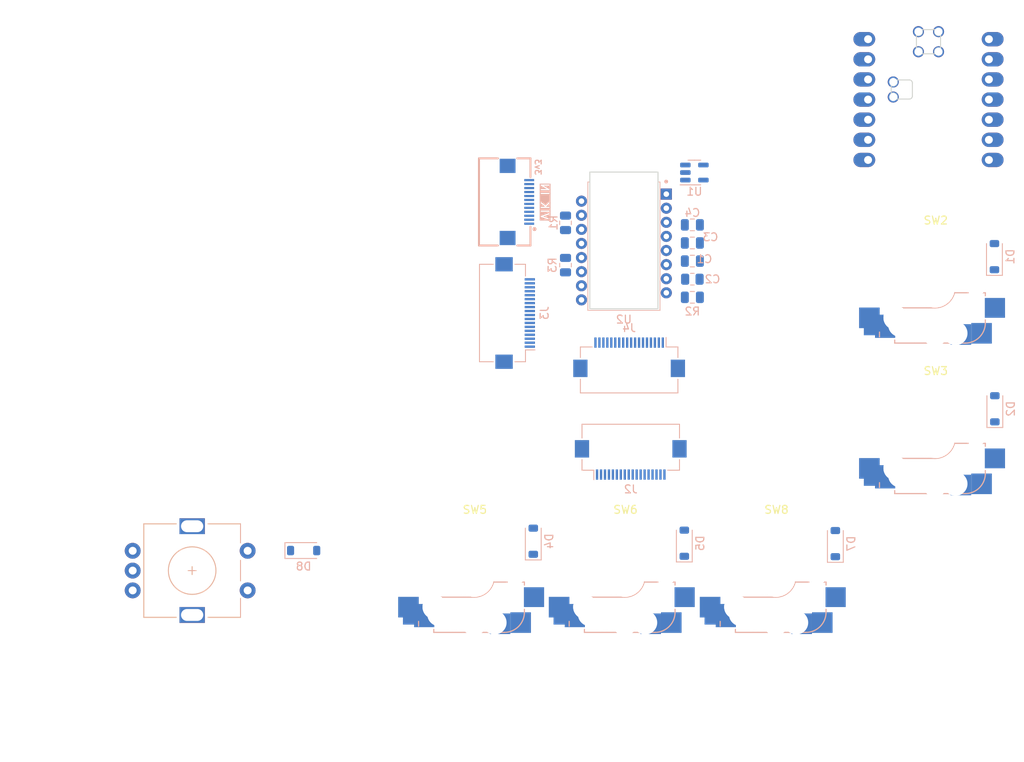
<source format=kicad_pcb>
(kicad_pcb (version 20221018) (generator pcbnew)
  (layers (0 "F.Cu" signal) (31 "B.Cu" signal) (34 "B.Paste" user) (35 "F.Paste" user) (36 "B.SilkS" user "B.Silkscreen") (37 "F.SilkS" user "F.Silkscreen") (38 "B.Mask" user) (39 "F.Mask" user) (44 "Edge.Cuts" user))
  (net 0 "")
  (net 1 "VCC")
  (net 2 "GND")
  (net 3 "VDD")
  (net 4 "Net-(U2-VDDPIX)")
  (net 5 "Net-(D1-K)")
  (net 6 "col0")
  (net 7 "Net-(D2-K)")
  (net 8 "Net-(D4-K)")
  (net 9 "col1")
  (net 10 "MOSI")
  (net 11 "NCS")
  (net 12 "MISO")
  (net 13 "SCLK")
  (net 14 "Net-(D5-K)")
  (net 15 "Net-(D7-K)")
  (net 16 "col2")
  (net 17 "Net-(D8-K)")
  (net 18 "ENC_L")
  (net 19 "ENC_R")
  (net 20 "RAW")
  (net 21 "LED_5V")
  (net 22 "SCL")
  (net 23 "SDA")
  (net 24 "row_1")
  (net 25 "row_0")
  (net 27 "Net-(U2-LED_P)")
  (net 28 "Net-(U2-~{NRESET})")
  (footprint "Alaa:gateron-ks27-choc-v1-mx-hotswap" (layer "F.Cu") (at 193.67 69.15)
    (fp_text reference "SW2" (at 0.1 -8.5 unlocked) (layer "F.SilkS"))
    (fp_text value "SW_Push")
    (fp_line (start -7 5.6) (end -7 6.2) (stroke (width 0.15)) (layer "B.SilkS"))
    (fp_line (start -5.08 2.54) (end 0 2.54) (stroke (width 0.15)) (layer "B.SilkS"))
    (fp_line (start -5.08 3.556) (end -5.08 2.54) (stroke (width 0.15)) (layer "B.SilkS"))
    (fp_line (start -5.08 6.985) (end -5.08 6.604) (stroke (width 0.15)) (layer "B.SilkS"))
    (fp_line (start 2.464162 0.635) (end 4.191 0.635) (stroke (width 0.15)) (layer "B.SilkS"))
    (fp_line (start 3.81 6.985) (end -5.08 6.985) (stroke (width 0.15)) (layer "B.SilkS"))
    (fp_line (start 5.969 0.635) (end 6.35 0.635) (stroke (width 0.15)) (layer "B.SilkS"))
    (fp_line (start 6.35 1.016) (end 6.35 0.635) (stroke (width 0.15)) (layer "B.SilkS"))
    (fp_line (start 6.35 4.445) (end 6.35 4.064) (stroke (width 0.15)) (layer "B.SilkS"))
    (fp_arc (start 2.464162 0.61604) (mid 1.563147 2.002042) (end 0 2.54) (stroke (width 0.15)) (layer "B.SilkS"))
    (fp_arc (start 6.35 4.445) (mid 5.606051 6.241051) (end 3.81 6.985) (stroke (width 0.15)) (layer "B.SilkS"))
    (pad "" np_thru_hole circle (at -5.5 0) (size 1.7018 1.7018) (drill 1.7018) (layers "F&B.Cu" "*.Mask"))
    (pad "" np_thru_hole circle (at -5.08 0 180) (size 1.7018 1.7018) (drill 1.7018) (layers "*.Mask" "F.Cu" "In1.Cu" "B.Cu"))
    (pad "" np_thru_hole circle (at -5 3.75) (size 3 3) (drill 3) (layers "*.Mask" "F.Cu" "In1.Cu" "B.Cu"))
    (pad "" np_thru_hole circle (at -5 3.8) (size 3 3) (drill 3) (layers "F&B.Cu" "*.Mask"))
    (pad "" np_thru_hole circle (at -4.4 4.7) (size 3 3) (drill 3) (layers "F&B.Cu" "*.Mask"))
    (pad "" np_thru_hole circle (at -2.54 5.08 180) (size 3 3) (drill 3) (layers "F&B.Cu" "*.Mask"))
    (pad "" np_thru_hole circle (at 0 0 180) (size 3.9878 3.9878) (drill 3.9878) (layers "*.Mask" "F.Cu" "In1.Cu" "B.Cu"))
    (pad "" np_thru_hole circle (at 0 0) (size 5 5) (drill 5) (layers "F&B.Cu" "*.Mask"))
    (pad "" np_thru_hole circle (at 0 5.9) (size 3 3) (drill 3) (layers "F&B.Cu" "*.Mask"))
    (pad "" np_thru_hole circle (at 2.6 5.75) (size 3 3) (drill 3) (layers "F&B.Cu" "*.Mask"))
    (pad "" np_thru_hole circle (at 3.81 2.54 180) (size 3 3) (drill 3) (layers "*.Mask" "F.Cu" "In1.Cu" "B.Cu"))
    (pad "" np_thru_hole circle (at 5.08 0 180) (size 1.7018 1.7018) (drill 1.7018) (layers "*.Mask" "F.Cu" "In1.Cu" "B.Cu"))
    (pad "" np_thru_hole circle (at 5.5 0) (size 1.7018 1.7018) (drill 1.7018) (layers "F&B.Cu" "*.Mask"))
    (pad "1" smd rect (at -8.275 3.8) (size 2.6 2.6) (layers "B.Cu" "B.Paste" "B.Mask") (net 25 "row_0"))
    (pad "1" smd rect (at -7.675 4.7) (size 2.6 2.6) (layers "B.Cu" "B.Paste" "B.Mask") (net 25 "row_0"))
    (pad "1" smd rect (at -6.29 5.08 180) (size 2.55 2.5) (layers "B.Cu" "B.Paste" "B.Mask") (net 25 "row_0"))
    (pad "2" smd rect (at 3.275 5.9) (size 2.6 2.6) (layers "B.Cu" "B.Paste" "B.Mask") (net 5 "Net-(D1-K)"))
    (pad "2" smd rect (at 5.875 5.75) (size 2.6 2.6) (layers "B.Cu" "B.Paste" "B.Mask") (net 5 "Net-(D1-K)"))
    (pad "2" smd rect (at 7.56 2.54 180) (size 2.55 2.5) (layers "B.Cu" "B.Paste" "B.Mask") (net 5 "Net-(D1-K)"))
  )
  (footprint "Alaa:RotaryEncoder_Alps_EC11E-Switch_Vertical_H20mm-keebio_modified" (layer "F.Cu") (at 99.9744 104.8512)
    (fp_text reference "SW1" hide)
    (fp_text value "Rotary_Encoder_Switch")
    (fp_line (start -6.1 -5.9) (end -6.1 5.9) (stroke (width 0.12)) (layer "B.SilkS"))
    (fp_line (start -2 -5.9) (end -6.1 -5.9) (stroke (width 0.12)) (layer "B.SilkS"))
    (fp_line (start -2 5.9) (end -6.1 5.9) (stroke (width 0.12)) (layer "B.SilkS"))
    (fp_line (start -0.5 0) (end 0.5 0) (stroke (width 0.12)) (layer "B.SilkS"))
    (fp_line (start 0 -0.5) (end 0 0.5) (stroke (width 0.12)) (layer "B.SilkS"))
    (fp_line (start 2 -5.9) (end 6.1 -5.9) (stroke (width 0.12)) (layer "B.SilkS"))
    (fp_line (start 6.1 -5.9) (end 6.1 -3.5) (stroke (width 0.12)) (layer "B.SilkS"))
    (fp_line (start 6.1 -1.3) (end 6.1 1.3) (stroke (width 0.12)) (layer "B.SilkS"))
    (fp_line (start 6.1 3.5) (end 6.1 5.9) (stroke (width 0.12)) (layer "B.SilkS"))
    (fp_line (start 6.1 5.9) (end 2 5.9) (stroke (width 0.12)) (layer "B.SilkS"))
    (fp_circle (center 0 0) (end 3 0) (stroke (width 0.12)) (fill none) (layer "B.SilkS"))
    (fp_line (start -6.1 -5.9) (end -6.1 5.9) (stroke (width 0.12)) (layer "F.SilkS"))
    (fp_line (start -2 -5.9) (end -6.1 -5.9) (stroke (width 0.12)) (layer "F.SilkS"))
    (fp_line (start -2 5.9) (end -6.1 5.9) (stroke (width 0.12)) (layer "F.SilkS"))
    (fp_line (start -0.5 0) (end 0.5 0) (stroke (width 0.12)) (layer "F.SilkS"))
    (fp_line (start 0 -0.5) (end 0 0.5) (stroke (width 0.12)) (layer "F.SilkS"))
    (fp_line (start 2 -5.9) (end 6.1 -5.9) (stroke (width 0.12)) (layer "F.SilkS"))
    (fp_line (start 6.1 -5.9) (end 6.1 -3.5) (stroke (width 0.12)) (layer "F.SilkS"))
    (fp_line (start 6.1 -1.3) (end 6.1 1.3) (stroke (width 0.12)) (layer "F.SilkS"))
    (fp_line (start 6.1 3.5) (end 6.1 5.9) (stroke (width 0.12)) (layer "F.SilkS"))
    (fp_line (start 6.1 5.9) (end 2 5.9) (stroke (width 0.12)) (layer "F.SilkS"))
    (fp_circle (center 0 0) (end 3 0) (stroke (width 0.12)) (fill none) (layer "F.SilkS"))
    (pad "A" thru_hole circle (at -7.5 -2.5) (size 2 2) (drill 1) (layers "*.Cu" "*.Mask") (net 18 "ENC_L"))
    (pad "B" thru_hole circle (at -7.5 2.5) (size 2 2) (drill 1) (layers "*.Cu" "*.Mask") (net 19 "ENC_R"))
    (pad "C" thru_hole circle (at -7.5 0) (size 2 2) (drill 1) (layers "*.Cu" "*.Mask") (net 2 "GND"))
    (pad "MP" thru_hole rect (at 0 -5.6) (size 3.2 2) (drill oval 2.8 1.5) (layers "*.Cu" "*.Mask"))
    (pad "MP" thru_hole rect (at 0 5.6) (size 3.2 2) (drill oval 2.8 1.5) (layers "*.Cu" "*.Mask"))
    (pad "S1" thru_hole circle (at 7 2.5) (size 2 2) (drill 1) (layers "*.Cu" "*.Mask") (net 24 "row_1"))
    (pad "S2" thru_hole circle (at 7 -2.5) (size 2 2) (drill 1) (layers "*.Cu" "*.Mask") (net 17 "Net-(D8-K)"))
  )
  (footprint "Alaa:gateron-ks27-choc-v1-mx-hotswap" (layer "F.Cu") (at 154.5336 105.664)
    (fp_text reference "SW6" (at 0.1 -8.5 unlocked) (layer "F.SilkS"))
    (fp_text value "SW_Push")
    (fp_line (start -7 5.6) (end -7 6.2) (stroke (width 0.15)) (layer "B.SilkS"))
    (fp_line (start -5.08 2.54) (end 0 2.54) (stroke (width 0.15)) (layer "B.SilkS"))
    (fp_line (start -5.08 3.556) (end -5.08 2.54) (stroke (width 0.15)) (layer "B.SilkS"))
    (fp_line (start -5.08 6.985) (end -5.08 6.604) (stroke (width 0.15)) (layer "B.SilkS"))
    (fp_line (start 2.464162 0.635) (end 4.191 0.635) (stroke (width 0.15)) (layer "B.SilkS"))
    (fp_line (start 3.81 6.985) (end -5.08 6.985) (stroke (width 0.15)) (layer "B.SilkS"))
    (fp_line (start 5.969 0.635) (end 6.35 0.635) (stroke (width 0.15)) (layer "B.SilkS"))
    (fp_line (start 6.35 1.016) (end 6.35 0.635) (stroke (width 0.15)) (layer "B.SilkS"))
    (fp_line (start 6.35 4.445) (end 6.35 4.064) (stroke (width 0.15)) (layer "B.SilkS"))
    (fp_arc (start 2.464162 0.61604) (mid 1.563147 2.002042) (end 0 2.54) (stroke (width 0.15)) (layer "B.SilkS"))
    (fp_arc (start 6.35 4.445) (mid 5.606051 6.241051) (end 3.81 6.985) (stroke (width 0.15)) (layer "B.SilkS"))
    (pad "" np_thru_hole circle (at -5.5 0) (size 1.7018 1.7018) (drill 1.7018) (layers "F&B.Cu" "*.Mask"))
    (pad "" np_thru_hole circle (at -5.08 0 180) (size 1.7018 1.7018) (drill 1.7018) (layers "*.Mask" "F.Cu" "In1.Cu" "B.Cu"))
    (pad "" np_thru_hole circle (at -5 3.75) (size 3 3) (drill 3) (layers "*.Mask" "F.Cu" "In1.Cu" "B.Cu"))
    (pad "" np_thru_hole circle (at -5 3.8) (size 3 3) (drill 3) (layers "F&B.Cu" "*.Mask"))
    (pad "" np_thru_hole circle (at -4.4 4.7) (size 3 3) (drill 3) (layers "F&B.Cu" "*.Mask"))
    (pad "" np_thru_hole circle (at -2.54 5.08 180) (size 3 3) (drill 3) (layers "F&B.Cu" "*.Mask"))
    (pad "" np_thru_hole circle (at 0 0 180) (size 3.9878 3.9878) (drill 3.9878) (layers "*.Mask" "F.Cu" "In1.Cu" "B.Cu"))
    (pad "" np_thru_hole circle (at 0 0) (size 5 5) (drill 5) (layers "F&B.Cu" "*.Mask"))
    (pad "" np_thru_hole circle (at 0 5.9) (size 3 3) (drill 3) (layers "F&B.Cu" "*.Mask"))
    (pad "" np_thru_hole circle (at 2.6 5.75) (size 3 3) (drill 3) (layers "F&B.Cu" "*.Mask"))
    (pad "" np_thru_hole circle (at 3.81 2.54 180) (size 3 3) (drill 3) (layers "*.Mask" "F.Cu" "In1.Cu" "B.Cu"))
    (pad "" np_thru_hole circle (at 5.08 0 180) (size 1.7018 1.7018) (drill 1.7018) (layers "*.Mask" "F.Cu" "In1.Cu" "B.Cu"))
    (pad "" np_thru_hole circle (at 5.5 0) (size 1.7018 1.7018) (drill 1.7018) (layers "F&B.Cu" "*.Mask"))
    (pad "1" smd rect (at -8.275 3.8) (size 2.6 2.6) (layers "B.Cu" "B.Paste" "B.Mask") (net 24 "row_1"))
    (pad "1" smd rect (at -7.675 4.7) (size 2.6 2.6) (layers "B.Cu" "B.Paste" "B.Mask") (net 24 "row_1"))
    (pad "1" smd rect (at -6.29 5.08 180) (size 2.55 2.5) (layers "B.Cu" "B.Paste" "B.Mask") (net 24 "row_1"))
    (pad "2" smd rect (at 3.275 5.9) (size 2.6 2.6) (layers "B.Cu" "B.Paste" "B.Mask") (net 14 "Net-(D5-K)"))
    (pad "2" smd rect (at 5.875 5.75) (size 2.6 2.6) (layers "B.Cu" "B.Paste" "B.Mask") (net 14 "Net-(D5-K)"))
    (pad "2" smd rect (at 7.56 2.54 180) (size 2.55 2.5) (layers "B.Cu" "B.Paste" "B.Mask") (net 14 "Net-(D5-K)"))
  )
  (footprint "Alaa:gateron-ks27-choc-v1-mx-hotswap" (layer "F.Cu") (at 173.5786 105.664)
    (fp_text reference "SW8" (at 0.1 -8.5 unlocked) (layer "F.SilkS"))
    (fp_text value "SW_Push")
    (fp_line (start -7 5.6) (end -7 6.2) (stroke (width 0.15)) (layer "B.SilkS"))
    (fp_line (start -5.08 2.54) (end 0 2.54) (stroke (width 0.15)) (layer "B.SilkS"))
    (fp_line (start -5.08 3.556) (end -5.08 2.54) (stroke (width 0.15)) (layer "B.SilkS"))
    (fp_line (start -5.08 6.985) (end -5.08 6.604) (stroke (width 0.15)) (layer "B.SilkS"))
    (fp_line (start 2.464162 0.635) (end 4.191 0.635) (stroke (width 0.15)) (layer "B.SilkS"))
    (fp_line (start 3.81 6.985) (end -5.08 6.985) (stroke (width 0.15)) (layer "B.SilkS"))
    (fp_line (start 5.969 0.635) (end 6.35 0.635) (stroke (width 0.15)) (layer "B.SilkS"))
    (fp_line (start 6.35 1.016) (end 6.35 0.635) (stroke (width 0.15)) (layer "B.SilkS"))
    (fp_line (start 6.35 4.445) (end 6.35 4.064) (stroke (width 0.15)) (layer "B.SilkS"))
    (fp_arc (start 2.464162 0.61604) (mid 1.563147 2.002042) (end 0 2.54) (stroke (width 0.15)) (layer "B.SilkS"))
    (fp_arc (start 6.35 4.445) (mid 5.606051 6.241051) (end 3.81 6.985) (stroke (width 0.15)) (layer "B.SilkS"))
    (pad "" np_thru_hole circle (at -5.5 0) (size 1.7018 1.7018) (drill 1.7018) (layers "F&B.Cu" "*.Mask"))
    (pad "" np_thru_hole circle (at -5.08 0 180) (size 1.7018 1.7018) (drill 1.7018) (layers "*.Mask" "F.Cu" "In1.Cu" "B.Cu"))
    (pad "" np_thru_hole circle (at -5 3.75) (size 3 3) (drill 3) (layers "*.Mask" "F.Cu" "In1.Cu" "B.Cu"))
    (pad "" np_thru_hole circle (at -5 3.8) (size 3 3) (drill 3) (layers "F&B.Cu" "*.Mask"))
    (pad "" np_thru_hole circle (at -4.4 4.7) (size 3 3) (drill 3) (layers "F&B.Cu" "*.Mask"))
    (pad "" np_thru_hole circle (at -2.54 5.08 180) (size 3 3) (drill 3) (layers "F&B.Cu" "*.Mask"))
    (pad "" np_thru_hole circle (at 0 0 180) (size 3.9878 3.9878) (drill 3.9878) (layers "*.Mask" "F.Cu" "In1.Cu" "B.Cu"))
    (pad "" np_thru_hole circle (at 0 0) (size 5 5) (drill 5) (layers "F&B.Cu" "*.Mask"))
    (pad "" np_thru_hole circle (at 0 5.9) (size 3 3) (drill 3) (layers "F&B.Cu" "*.Mask"))
    (pad "" np_thru_hole circle (at 2.6 5.75) (size 3 3) (drill 3) (layers "F&B.Cu" "*.Mask"))
    (pad "" np_thru_hole circle (at 3.81 2.54 180) (size 3 3) (drill 3) (layers "*.Mask" "F.Cu" "In1.Cu" "B.Cu"))
    (pad "" np_thru_hole circle (at 5.08 0 180) (size 1.7018 1.7018) (drill 1.7018) (layers "*.Mask" "F.Cu" "In1.Cu" "B.Cu"))
    (pad "" np_thru_hole circle (at 5.5 0) (size 1.7018 1.7018) (drill 1.7018) (layers "F&B.Cu" "*.Mask"))
    (pad "1" smd rect (at -8.275 3.8) (size 2.6 2.6) (layers "B.Cu" "B.Paste" "B.Mask") (net 25 "row_0"))
    (pad "1" smd rect (at -7.675 4.7) (size 2.6 2.6) (layers "B.Cu" "B.Paste" "B.Mask") (net 25 "row_0"))
    (pad "1" smd rect (at -6.29 5.08 180) (size 2.55 2.5) (layers "B.Cu" "B.Paste" "B.Mask") (net 25 "row_0"))
    (pad "2" smd rect (at 3.275 5.9) (size 2.6 2.6) (layers "B.Cu" "B.Paste" "B.Mask") (net 15 "Net-(D7-K)"))
    (pad "2" smd rect (at 5.875 5.75) (size 2.6 2.6) (layers "B.Cu" "B.Paste" "B.Mask") (net 15 "Net-(D7-K)"))
    (pad "2" smd rect (at 7.56 2.54 180) (size 2.55 2.5) (layers "B.Cu" "B.Paste" "B.Mask") (net 15 "Net-(D7-K)"))
  )
  (footprint "Alaa:gateron-ks27-choc-v1-mx-hotswap" (layer "F.Cu") (at 135.5336 105.664)
    (fp_text reference "SW5" (at 0.1 -8.5 unlocked) (layer "F.SilkS"))
    (fp_text value "SW_Push")
    (fp_line (start -7 5.6) (end -7 6.2) (stroke (width 0.15)) (layer "B.SilkS"))
    (fp_line (start -5.08 2.54) (end 0 2.54) (stroke (width 0.15)) (layer "B.SilkS"))
    (fp_line (start -5.08 3.556) (end -5.08 2.54) (stroke (width 0.15)) (layer "B.SilkS"))
    (fp_line (start -5.08 6.985) (end -5.08 6.604) (stroke (width 0.15)) (layer "B.SilkS"))
    (fp_line (start 2.464162 0.635) (end 4.191 0.635) (stroke (width 0.15)) (layer "B.SilkS"))
    (fp_line (start 3.81 6.985) (end -5.08 6.985) (stroke (width 0.15)) (layer "B.SilkS"))
    (fp_line (start 5.969 0.635) (end 6.35 0.635) (stroke (width 0.15)) (layer "B.SilkS"))
    (fp_line (start 6.35 1.016) (end 6.35 0.635) (stroke (width 0.15)) (layer "B.SilkS"))
    (fp_line (start 6.35 4.445) (end 6.35 4.064) (stroke (width 0.15)) (layer "B.SilkS"))
    (fp_arc (start 2.464162 0.61604) (mid 1.563147 2.002042) (end 0 2.54) (stroke (width 0.15)) (layer "B.SilkS"))
    (fp_arc (start 6.35 4.445) (mid 5.606051 6.241051) (end 3.81 6.985) (stroke (width 0.15)) (layer "B.SilkS"))
    (pad "" np_thru_hole circle (at -5.5 0) (size 1.7018 1.7018) (drill 1.7018) (layers "F&B.Cu" "*.Mask"))
    (pad "" np_thru_hole circle (at -5.08 0 180) (size 1.7018 1.7018) (drill 1.7018) (layers "*.Mask" "F.Cu" "In1.Cu" "B.Cu"))
    (pad "" np_thru_hole circle (at -5 3.75) (size 3 3) (drill 3) (layers "*.Mask" "F.Cu" "In1.Cu" "B.Cu"))
    (pad "" np_thru_hole circle (at -5 3.8) (size 3 3) (drill 3) (layers "F&B.Cu" "*.Mask"))
    (pad "" np_thru_hole circle (at -4.4 4.7) (size 3 3) (drill 3) (layers "F&B.Cu" "*.Mask"))
    (pad "" np_thru_hole circle (at -2.54 5.08 180) (size 3 3) (drill 3) (layers "F&B.Cu" "*.Mask"))
    (pad "" np_thru_hole circle (at 0 0 180) (size 3.9878 3.9878) (drill 3.9878) (layers "*.Mask" "F.Cu" "In1.Cu" "B.Cu"))
    (pad "" np_thru_hole circle (at 0 0) (size 5 5) (drill 5) (layers "F&B.Cu" "*.Mask"))
    (pad "" np_thru_hole circle (at 0 5.9) (size 3 3) (drill 3) (layers "F&B.Cu" "*.Mask"))
    (pad "" np_thru_hole circle (at 2.6 5.75) (size 3 3) (drill 3) (layers "F&B.Cu" "*.Mask"))
    (pad "" np_thru_hole circle (at 3.81 2.54 180) (size 3 3) (drill 3) (layers "*.Mask" "F.Cu" "In1.Cu" "B.Cu"))
    (pad "" np_thru_hole circle (at 5.08 0 180) (size 1.7018 1.7018) (drill 1.7018) (layers "*.Mask" "F.Cu" "In1.Cu" "B.Cu"))
    (pad "" np_thru_hole circle (at 5.5 0) (size 1.7018 1.7018) (drill 1.7018) (layers "F&B.Cu" "*.Mask"))
    (pad "1" smd rect (at -8.275 3.8) (size 2.6 2.6) (layers "B.Cu" "B.Paste" "B.Mask") (net 25 "row_0"))
    (pad "1" smd rect (at -7.675 4.7) (size 2.6 2.6) (layers "B.Cu" "B.Paste" "B.Mask") (net 25 "row_0"))
    (pad "1" smd rect (at -6.29 5.08 180) (size 2.55 2.5) (layers "B.Cu" "B.Paste" "B.Mask") (net 25 "row_0"))
    (pad "2" smd rect (at 3.275 5.9) (size 2.6 2.6) (layers "B.Cu" "B.Paste" "B.Mask") (net 8 "Net-(D4-K)"))
    (pad "2" smd rect (at 5.875 5.75) (size 2.6 2.6) (layers "B.Cu" "B.Paste" "B.Mask") (net 8 "Net-(D4-K)"))
    (pad "2" smd rect (at 7.56 2.54 180) (size 2.55 2.5) (layers "B.Cu" "B.Paste" "B.Mask") (net 8 "Net-(D4-K)"))
  )
  (footprint "Alaa:gateron-ks27-choc-v1-mx-hotswap" (layer "F.Cu") (at 193.67 88.15)
    (fp_text reference "SW3" (at 0.1 -8.5 unlocked) (layer "F.SilkS"))
    (fp_text value "SW_Push")
    (fp_line (start -7 5.6) (end -7 6.2) (stroke (width 0.15)) (layer "B.SilkS"))
    (fp_line (start -5.08 2.54) (end 0 2.54) (stroke (width 0.15)) (layer "B.SilkS"))
    (fp_line (start -5.08 3.556) (end -5.08 2.54) (stroke (width 0.15)) (layer "B.SilkS"))
    (fp_line (start -5.08 6.985) (end -5.08 6.604) (stroke (width 0.15)) (layer "B.SilkS"))
    (fp_line (start 2.464162 0.635) (end 4.191 0.635) (stroke (width 0.15)) (layer "B.SilkS"))
    (fp_line (start 3.81 6.985) (end -5.08 6.985) (stroke (width 0.15)) (layer "B.SilkS"))
    (fp_line (start 5.969 0.635) (end 6.35 0.635) (stroke (width 0.15)) (layer "B.SilkS"))
    (fp_line (start 6.35 1.016) (end 6.35 0.635) (stroke (width 0.15)) (layer "B.SilkS"))
    (fp_line (start 6.35 4.445) (end 6.35 4.064) (stroke (width 0.15)) (layer "B.SilkS"))
    (fp_arc (start 2.464162 0.61604) (mid 1.563147 2.002042) (end 0 2.54) (stroke (width 0.15)) (layer "B.SilkS"))
    (fp_arc (start 6.35 4.445) (mid 5.606051 6.241051) (end 3.81 6.985) (stroke (width 0.15)) (layer "B.SilkS"))
    (pad "" np_thru_hole circle (at -5.5 0) (size 1.7018 1.7018) (drill 1.7018) (layers "F&B.Cu" "*.Mask"))
    (pad "" np_thru_hole circle (at -5.08 0 180) (size 1.7018 1.7018) (drill 1.7018) (layers "*.Mask" "F.Cu" "In1.Cu" "B.Cu"))
    (pad "" np_thru_hole circle (at -5 3.75) (size 3 3) (drill 3) (layers "*.Mask" "F.Cu" "In1.Cu" "B.Cu"))
    (pad "" np_thru_hole circle (at -5 3.8) (size 3 3) (drill 3) (layers "F&B.Cu" "*.Mask"))
    (pad "" np_thru_hole circle (at -4.4 4.7) (size 3 3) (drill 3) (layers "F&B.Cu" "*.Mask"))
    (pad "" np_thru_hole circle (at -2.54 5.08 180) (size 3 3) (drill 3) (layers "F&B.Cu" "*.Mask"))
    (pad "" np_thru_hole circle (at 0 0 180) (size 3.9878 3.9878) (drill 3.9878) (layers "*.Mask" "F.Cu" "In1.Cu" "B.Cu"))
    (pad "" np_thru_hole circle (at 0 0) (size 5 5) (drill 5) (layers "F&B.Cu" "*.Mask"))
    (pad "" np_thru_hole circle (at 0 5.9) (size 3 3) (drill 3) (layers "F&B.Cu" "*.Mask"))
    (pad "" np_thru_hole circle (at 2.6 5.75) (size 3 3) (drill 3) (layers "F&B.Cu" "*.Mask"))
    (pad "" np_thru_hole circle (at 3.81 2.54 180) (size 3 3) (drill 3) (layers "*.Mask" "F.Cu" "In1.Cu" "B.Cu"))
    (pad "" np_thru_hole circle (at 5.08 0 180) (size 1.7018 1.7018) (drill 1.7018) (layers "*.Mask" "F.Cu" "In1.Cu" "B.Cu"))
    (pad "" np_thru_hole circle (at 5.5 0) (size 1.7018 1.7018) (drill 1.7018) (layers "F&B.Cu" "*.Mask"))
    (pad "1" smd rect (at -8.275 3.8) (size 2.6 2.6) (layers "B.Cu" "B.Paste" "B.Mask") (net 24 "row_1"))
    (pad "1" smd rect (at -7.675 4.7) (size 2.6 2.6) (layers "B.Cu" "B.Paste" "B.Mask") (net 24 "row_1"))
    (pad "1" smd rect (at -6.29 5.08 180) (size 2.55 2.5) (layers "B.Cu" "B.Paste" "B.Mask") (net 24 "row_1"))
    (pad "2" smd rect (at 3.275 5.9) (size 2.6 2.6) (layers "B.Cu" "B.Paste" "B.Mask") (net 7 "Net-(D2-K)"))
    (pad "2" smd rect (at 5.875 5.75) (size 2.6 2.6) (layers "B.Cu" "B.Paste" "B.Mask") (net 7 "Net-(D2-K)"))
    (pad "2" smd rect (at 7.56 2.54 180) (size 2.55 2.5) (layers "B.Cu" "B.Paste" "B.Mask") (net 7 "Net-(D2-K)"))
  )
  (footprint "Alaa:xiao-ble-smd-cutout" (layer "F.Cu") (at 192.85 45.4)
    (fp_text reference "U3" hide)
    (fp_text value "xiao-ble" hide)
    (fp_line (start -4.699 -0.7488) (end -4.699 -1.7902) (stroke (width 0.12)) (layer "Edge.Cuts"))
    (fp_line (start -4.0132 -2.476) (end -2.413 -2.476) (stroke (width 0.12)) (layer "Edge.Cuts"))
    (fp_line (start -2.413 -0.063) (end -4.0132 -0.063) (stroke (width 0.12)) (layer "Edge.Cuts"))
    (fp_line (start -2.032 -2.095) (end -2.032 -0.444) (stroke (width 0.12)) (layer "Edge.Cuts"))
    (fp_line (start -1.524 -6.4638) (end -1.524 -8.1402) (stroke (width 0.12)) (layer "Edge.Cuts"))
    (fp_line (start -0.8382 -8.826) (end 0.8382 -8.826) (stroke (width 0.12)) (layer "Edge.Cuts"))
    (fp_line (start -0.8382 -5.778) (end 0.8382 -5.778) (stroke (width 0.12)) (layer "Edge.Cuts"))
    (fp_line (start 1.524 -6.4638) (end 1.524 -8.1402) (stroke (width 0.12)) (layer "Edge.Cuts"))
    (fp_arc (start -4.699 -0.7488) (mid -4.095391 -0.666609) (end -4.0132 -0.063) (stroke (width 0.12)) (layer "Edge.Cuts"))
    (fp_arc (start -4.0132 -2.476) (mid -4.095391 -1.872391) (end -4.699 -1.7902) (stroke (width 0.12)) (layer "Edge.Cuts"))
    (fp_arc (start -2.413 -2.476) (mid -2.143592 -2.364408) (end -2.032 -2.095) (stroke (width 0.12)) (layer "Edge.Cuts"))
    (fp_arc (start -2.032 -0.444) (mid -2.143592 -0.174592) (end -2.413 -0.063) (stroke (width 0.12)) (layer "Edge.Cuts"))
    (fp_arc (start -1.524 -6.4638) (mid -0.920391 -6.381609) (end -0.8382 -5.778) (stroke (width 0.12)) (layer "Edge.Cuts"))
    (fp_arc (start -0.8382 -8.826) (mid -0.920391 -8.222391) (end -1.524 -8.1402) (stroke (width 0.12)) (layer "Edge.Cuts"))
    (fp_arc (start 0.8382 -5.778) (mid 0.920391 -6.381609) (end 1.524 -6.4638) (stroke (width 0.12)) (layer "Edge.Cuts"))
    (fp_arc (start 1.524 -8.1402) (mid 0.920393 -8.222393) (end 0.8382 -8.826) (stroke (width 0.12)) (layer "Edge.Cuts"))
    (pad "1" thru_hole oval (at -7.62 -7.62) (size 2.75 1.8) (drill 1 (offset -0.475 0)) (layers "*.Cu" "*.Mask") (net 18 "ENC_L"))
    (pad "2" thru_hole oval (at -7.62 -5.08) (size 2.75 1.8) (drill 1 (offset -0.475 0)) (layers "*.Cu" "*.Mask") (net 19 "ENC_R"))
    (pad "3" thru_hole oval (at -7.62 -2.54) (size 2.75 1.8) (drill 1 (offset -0.475 0)) (layers "*.Cu" "*.Mask") (net 25 "row_0"))
    (pad "4" thru_hole oval (at -7.62 0) (size 2.75 1.8) (drill 1 (offset -0.475 0)) (layers "*.Cu" "*.Mask") (net 24 "row_1"))
    (pad "5" thru_hole oval (at -7.62 2.54) (size 2.75 1.8) (drill 1 (offset -0.475 0)) (layers "*.Cu" "*.Mask") (net 6 "col0"))
    (pad "6" thru_hole oval (at -7.62 5.08) (size 2.75 1.8) (drill 1 (offset -0.475 0)) (layers "*.Cu" "*.Mask") (net 9 "col1"))
    (pad "7" thru_hole oval (at -7.62 7.62) (size 2.75 1.8) (drill 1 (offset -0.475 0)) (layers "*.Cu" "*.Mask") (net 16 "col2"))
    (pad "8" thru_hole oval (at 7.62 7.62 180) (size 2.75 1.8) (drill 1 (offset -0.475 0)) (layers "*.Cu" "*.Mask") (net 11 "NCS"))
    (pad "9" thru_hole oval (at 7.62 5.08 180) (size 2.75 1.8) (drill 1 (offset -0.475 0)) (layers "*.Cu" "*.Mask") (net 13 "SCLK"))
    (pad "10" thru_hole oval (at 7.62 2.54 180) (size 2.75 1.8) (drill 1 (offset -0.475 0)) (layers "*.Cu" "*.Mask") (net 12 "MISO"))
    (pad "11" thru_hole oval (at 7.62 0 180) (size 2.75 1.8) (drill 1 (offset -0.475 0)) (layers "*.Cu" "*.Mask") (net 10 "MOSI"))
    (pad "12" thru_hole oval (at 7.62 -2.54 180) (size 2.75 1.8) (drill 1 (offset -0.475 0)) (layers "*.Cu" "*.Mask") (net 1 "VCC"))
    (pad "13" thru_hole oval (at 7.62 -5.08 180) (size 2.75 1.8) (drill 1 (offset -0.475 0)) (layers "*.Cu" "*.Mask") (net 2 "GND"))
    (pad "14" thru_hole oval (at 7.62 -7.62 180) (size 2.75 1.8) (drill 1 (offset -0.475 0)) (layers "*.Cu" "*.Mask"))
    (pad "15" thru_hole circle (at -1.27 -8.572 90) (size 1.397 1.397) (drill 1.016) (layers "*.Cu" "*.Mask"))
    (pad "16" thru_hole circle (at 1.27 -8.572 90) (size 1.397 1.397) (drill 1.016) (layers "*.Cu" "*.Mask"))
    (pad "17" thru_hole circle (at -1.27 -6.032 90) (size 1.397 1.397) (drill 1.016) (layers "*.Cu" "*.Mask"))
    (pad "18" thru_hole circle (at 1.27 -6.032 90) (size 1.397 1.397) (drill 1.016) (layers "*.Cu" "*.Mask"))
    (pad "19" thru_hole circle (at -4.445 -0.317 180) (size 1.397 1.397) (drill 1.016) (layers "*.Cu" "*.Mask"))
    (pad "20" thru_hole circle (at -4.445 -2.222 180) (size 1.397 1.397) (drill 1.016) (layers "*.Cu" "*.Mask"))
  )
  (footprint "Resistor_SMD:R_0805_2012Metric" (layer "B.Cu") (at 147.066 60.96 90)
    (fp_text reference "R1" (at 0 -1.524 90) (layer "B.SilkS") (effects (justify mirror)))
    (fp_text value "39")
    (fp_line (start -0.227064 -0.735) (end 0.227064 -0.735) (stroke (width 0.12)) (layer "B.SilkS"))
    (fp_line (start -0.227064 0.735) (end 0.227064 0.735) (stroke (width 0.12)) (layer "B.SilkS"))
    (pad "1" smd roundrect (at -0.9125 0 90) (size 1.025 1.4) (layers "B.Cu" "B.Paste" "B.Mask") (roundrect_rratio 0.243902) (net 3 "VDD"))
    (pad "2" smd roundrect (at 0.9125 0 90) (size 1.025 1.4) (layers "B.Cu" "B.Paste" "B.Mask") (roundrect_rratio 0.243902) (net 27 "Net-(U2-LED_P)"))
  )
  (footprint "Alaa:FPC-SMD_FPC05018-09200-.5mm-rev" (layer "B.Cu") (at 155.2956 90.8812)
    (fp_text reference "J2" (at 0 3.7) (layer "B.SilkS") (effects (justify mirror)))
    (fp_text value "Conn_01x18")
    (fp_line (start -6.15 -4.5) (end 6.15 -4.5) (stroke (width 0.12)) (layer "B.SilkS"))
    (fp_line (start -6.15 -2.76) (end -6.15 -4.5) (stroke (width 0.12)) (layer "B.SilkS"))
    (fp_line (start -6.15 1.3) (end -6.15 -0.04) (stroke (width 0.12)) (layer "B.SilkS"))
    (fp_line (start -4.66 1.3) (end -6.15 1.3) (stroke (width 0.12)) (layer "B.SilkS"))
    (fp_line (start -4.66 1.3) (end -4.66 2.5) (stroke (width 0.12)) (layer "B.SilkS"))
    (fp_line (start 4.66 1.3) (end 6.15 1.3) (stroke (width 0.12)) (layer "B.SilkS"))
    (fp_line (start 6.15 -4.5) (end 6.15 -2.76) (stroke (width 0.12)) (layer "B.SilkS"))
    (fp_line (start 6.15 1.3) (end 6.15 -0.04) (stroke (width 0.12)) (layer "B.SilkS"))
    (pad "1" smd rect (at -4.25 1.85) (size 0.3 1.3) (layers "B.Cu" "B.Paste" "B.Mask"))
    (pad "2" smd rect (at -3.75 1.85) (size 0.3 1.3) (layers "B.Cu" "B.Paste" "B.Mask") (net 25 "row_0"))
    (pad "3" smd rect (at -3.25 1.85) (size 0.3 1.3) (layers "B.Cu" "B.Paste" "B.Mask") (net 24 "row_1"))
    (pad "4" smd rect (at -2.75 1.85) (size 0.3 1.3) (layers "B.Cu" "B.Paste" "B.Mask") (net 6 "col0"))
    (pad "5" smd rect (at -2.25 1.85) (size 0.3 1.3) (layers "B.Cu" "B.Paste" "B.Mask") (net 9 "col1"))
    (pad "6" smd rect (at -1.75 1.85) (size 0.3 1.3) (layers "B.Cu" "B.Paste" "B.Mask") (net 16 "col2"))
    (pad "7" smd rect (at -1.25 1.85) (size 0.3 1.3) (layers "B.Cu" "B.Paste" "B.Mask") (net 13 "SCLK"))
    (pad "8" smd rect (at -0.75 1.85) (size 0.3 1.3) (layers "B.Cu" "B.Paste" "B.Mask") (net 12 "MISO"))
    (pad "9" smd rect (at -0.25 1.85) (size 0.3 1.3) (layers "B.Cu" "B.Paste" "B.Mask") (net 11 "NCS"))
    (pad "10" smd rect (at 0.25 1.85) (size 0.3 1.3) (layers "B.Cu" "B.Paste" "B.Mask") (net 18 "ENC_L"))
    (pad "11" smd rect (at 0.75 1.85) (size 0.3 1.3) (layers "B.Cu" "B.Paste" "B.Mask") (net 10 "MOSI"))
    (pad "12" smd rect (at 1.25 1.85) (size 0.3 1.3) (layers "B.Cu" "B.Paste" "B.Mask") (net 19 "ENC_R"))
    (pad "13" smd rect (at 1.75 1.85) (size 0.3 1.3) (layers "B.Cu" "B.Paste" "B.Mask"))
    (pad "14" smd rect (at 2.25 1.85) (size 0.3 1.3) (layers "B.Cu" "B.Paste" "B.Mask") (net 21 "LED_5V"))
    (pad "15" smd rect (at 2.75 1.85) (size 0.3 1.3) (layers "B.Cu" "B.Paste" "B.Mask") (net 22 "SCL"))
    (pad "16" smd rect (at 3.25 1.85) (size 0.3 1.3) (layers "B.Cu" "B.Paste" "B.Mask") (net 23 "SDA"))
    (pad "17" smd rect (at 3.75 1.85) (size 0.3 1.3) (layers "B.Cu" "B.Paste" "B.Mask") (net 2 "GND"))
    (pad "18" smd rect (at 4.25 1.85) (size 0.3 1.3) (layers "B.Cu" "B.Paste" "B.Mask") (net 1 "VCC"))
    (pad "MP" smd rect (at -6.15 -1.4) (size 1.8 2.2) (layers "B.Cu" "B.Paste" "B.Mask"))
    (pad "MP" smd rect (at 6.15 -1.4) (size 1.8 2.2) (layers "B.Cu" "B.Paste" "B.Mask"))
  )
  (footprint "Diode_SMD:D_SOD-123" (layer "B.Cu") (at 162.052 101.3968 90)
    (fp_text reference "D5" (at 0 2 90) (layer "B.SilkS") (effects (justify mirror)))
    (fp_text value "1N4148")
    (fp_line (start -2.36 -1) (end 1.65 -1) (stroke (width 0.12)) (layer "B.SilkS"))
    (fp_line (start -2.36 1) (end -2.36 -1) (stroke (width 0.12)) (layer "B.SilkS"))
    (fp_line (start -2.36 1) (end 1.65 1) (stroke (width 0.12)) (layer "B.SilkS"))
    (pad "1" smd roundrect (at -1.65 0 90) (size 0.9 1.2) (layers "B.Cu" "B.Paste" "B.Mask") (net 14 "Net-(D5-K)"))
    (pad "2" smd roundrect (at 1.65 0 90) (size 0.9 1.2) (layers "B.Cu" "B.Paste" "B.Mask") (net 9 "col1"))
  )
  (footprint "Alaa:PMW3360DM-T2QU" (layer "B.Cu") (at 154.432 62.992 -90)
    (fp_text reference "U2" (at 10.16 0) (layer "B.SilkS") (effects (justify mirror)))
    (fp_text value "PMW3360DM-T2QU")
    (fp_line (start -7.18 -4.55) (end -7.18 -4.318) (stroke (width 0.1)) (layer "B.SilkS"))
    (fp_line (start -7.18 4.318) (end -7.18 4.55) (stroke (width 0.1)) (layer "B.SilkS"))
    (fp_line (start -7.18 4.55) (end 9.02 4.55) (stroke (width 0.1)) (layer "B.SilkS"))
    (fp_line (start 9.02 -4.55) (end -7.18 -4.55) (stroke (width 0.1)) (layer "B.SilkS"))
    (fp_line (start 9.02 4.55) (end 9.02 -4.55) (stroke (width 0.1)) (layer "B.SilkS"))
    (fp_circle (center -7.239 -5.334) (end -7.059395 -5.334) (stroke (width 0.12)) (fill solid) (layer "B.SilkS"))
    (fp_rect (start -8.44 4.3) (end 8.82 -4.3) (stroke (width 0.12)) (fill none) (layer "Edge.Cuts"))
    (pad "1" thru_hole rect (at -5.66 -5.35 270) (size 1.4 1.4) (drill 0.7) (layers "*.Cu" "*.Mask"))
    (pad "2" thru_hole circle (at -3.88 -5.35 270) (size 1.4 1.4) (drill 0.7) (layers "*.Cu" "*.Mask"))
    (pad "3" thru_hole circle (at -2.1 -5.35 270) (size 1.4 1.4) (drill 0.7) (layers "*.Cu" "*.Mask") (net 4 "Net-(U2-VDDPIX)"))
    (pad "4" thru_hole circle (at -0.32 -5.35 270) (size 1.4 1.4) (drill 0.7) (layers "*.Cu" "*.Mask") (net 3 "VDD"))
    (pad "5" thru_hole circle (at 1.46 -5.35 270) (size 1.4 1.4) (drill 0.7) (layers "*.Cu" "*.Mask") (net 1 "VCC"))
    (pad "6" thru_hole circle (at 3.24 -5.35 270) (size 1.4 1.4) (drill 0.7) (layers "*.Cu" "*.Mask"))
    (pad "7" thru_hole circle (at 5.02 -5.35 270) (size 1.4 1.4) (drill 0.7) (layers "*.Cu" "*.Mask") (net 28 "Net-(U2-~{NRESET})"))
    (pad "8" thru_hole circle (at 6.8 -5.35 270) (size 1.4 1.4) (drill 0.7) (layers "*.Cu" "*.Mask") (net 2 "GND"))
    (pad "9" thru_hole circle (at 7.69 5.35 270) (size 1.4 1.4) (drill 0.7) (layers "*.Cu" "*.Mask"))
    (pad "10" thru_hole circle (at 5.91 5.35 270) (size 1.4 1.4) (drill 0.7) (layers "*.Cu" "*.Mask") (net 13 "SCLK"))
    (pad "11" thru_hole circle (at 4.13 5.35 270) (size 1.4 1.4) (drill 0.7) (layers "*.Cu" "*.Mask") (net 10 "MOSI"))
    (pad "12" thru_hole circle (at 2.35 5.35 270) (size 1.4 1.4) (drill 0.7) (layers "*.Cu" "*.Mask") (net 12 "MISO"))
    (pad "13" thru_hole circle (at 0.57 5.35 270) (size 1.4 1.4) (drill 0.7) (layers "*.Cu" "*.Mask") (net 11 "NCS"))
    (pad "14" thru_hole circle (at -1.21 5.35 270) (size 1.4 1.4) (drill 0.7) (layers "*.Cu" "*.Mask"))
    (pad "15" thru_hole circle (at -2.99 5.35 270) (size 1.4 1.4) (drill 0.7) (layers "*.Cu" "*.Mask") (net 27 "Net-(U2-LED_P)"))
    (pad "16" thru_hole circle (at -4.77 5.35 270) (size 1.4 1.4) (drill 0.7) (layers "*.Cu" "*.Mask"))
  )
  (footprint "Capacitor_SMD:C_0805_2012Metric" (layer "B.Cu") (at 163.068 65.786 180)
    (fp_text reference "C1" (at -1.524 0.254) (layer "B.SilkS") (effects (justify mirror)))
    (fp_text value "0.1uF")
    (fp_line (start -0.261252 -0.735) (end 0.261252 -0.735) (stroke (width 0.12)) (layer "B.SilkS"))
    (fp_line (start -0.261252 0.735) (end 0.261252 0.735) (stroke (width 0.12)) (layer "B.SilkS"))
    (pad "1" smd roundrect (at -0.95 0 180) (size 1 1.45) (layers "B.Cu" "B.Paste" "B.Mask") (net 1 "VCC"))
    (pad "2" smd roundrect (at 0.95 0 180) (size 1 1.45) (layers "B.Cu" "B.Paste" "B.Mask") (net 2 "GND"))
  )
  (footprint "Alaa:FPC-SMD_FPC05018-09200-.5mm-rev" (layer "B.Cu") (at 140.716 72.3392 90)
    (fp_text reference "J3" (at 0 3.7 90) (layer "B.SilkS") (effects (justify mirror)))
    (fp_text value "Conn_01x18")
    (fp_line (start -6.15 -4.5) (end 6.15 -4.5) (stroke (width 0.12)) (layer "B.SilkS"))
    (fp_line (start -6.15 -2.76) (end -6.15 -4.5) (stroke (width 0.12)) (layer "B.SilkS"))
    (fp_line (start -6.15 1.3) (end -6.15 -0.04) (stroke (width 0.12)) (layer "B.SilkS"))
    (fp_line (start -4.66 1.3) (end -6.15 1.3) (stroke (width 0.12)) (layer "B.SilkS"))
    (fp_line (start -4.66 1.3) (end -4.66 2.5) (stroke (width 0.12)) (layer "B.SilkS"))
    (fp_line (start 4.66 1.3) (end 6.15 1.3) (stroke (width 0.12)) (layer "B.SilkS"))
    (fp_line (start 6.15 -4.5) (end 6.15 -2.76) (stroke (width 0.12)) (layer "B.SilkS"))
    (fp_line (start 6.15 1.3) (end 6.15 -0.04) (stroke (width 0.12)) (layer "B.SilkS"))
    (pad "1" smd rect (at -4.25 1.85 90) (size 0.3 1.3) (layers "B.Cu" "B.Paste" "B.Mask"))
    (pad "2" smd rect (at -3.75 1.85 90) (size 0.3 1.3) (layers "B.Cu" "B.Paste" "B.Mask") (net 25 "row_0"))
    (pad "3" smd rect (at -3.25 1.85 90) (size 0.3 1.3) (layers "B.Cu" "B.Paste" "B.Mask") (net 24 "row_1"))
    (pad "4" smd rect (at -2.75 1.85 90) (size 0.3 1.3) (layers "B.Cu" "B.Paste" "B.Mask") (net 6 "col0"))
    (pad "5" smd rect (at -2.25 1.85 90) (size 0.3 1.3) (layers "B.Cu" "B.Paste" "B.Mask") (net 9 "col1"))
    (pad "6" smd rect (at -1.75 1.85 90) (size 0.3 1.3) (layers "B.Cu" "B.Paste" "B.Mask") (net 16 "col2"))
    (pad "7" smd rect (at -1.25 1.85 90) (size 0.3 1.3) (layers "B.Cu" "B.Paste" "B.Mask") (net 13 "SCLK"))
    (pad "8" smd rect (at -0.75 1.85 90) (size 0.3 1.3) (layers "B.Cu" "B.Paste" "B.Mask") (net 12 "MISO"))
    (pad "9" smd rect (at -0.25 1.85 90) (size 0.3 1.3) (layers "B.Cu" "B.Paste" "B.Mask") (net 11 "NCS"))
    (pad "10" smd rect (at 0.25 1.85 90) (size 0.3 1.3) (layers "B.Cu" "B.Paste" "B.Mask") (net 18 "ENC_L"))
    (pad "11" smd rect (at 0.75 1.85 90) (size 0.3 1.3) (layers "B.Cu" "B.Paste" "B.Mask") (net 10 "MOSI"))
    (pad "12" smd rect (at 1.25 1.85 90) (size 0.3 1.3) (layers "B.Cu" "B.Paste" "B.Mask") (net 19 "ENC_R"))
    (pad "13" smd rect (at 1.75 1.85 90) (size 0.3 1.3) (layers "B.Cu" "B.Paste" "B.Mask") (net 20 "RAW"))
    (pad "14" smd rect (at 2.25 1.85 90) (size 0.3 1.3) (layers "B.Cu" "B.Paste" "B.Mask") (net 21 "LED_5V"))
    (pad "15" smd rect (at 2.75 1.85 90) (size 0.3 1.3) (layers "B.Cu" "B.Paste" "B.Mask") (net 22 "SCL"))
    (pad "16" smd rect (at 3.25 1.85 90) (size 0.3 1.3) (layers "B.Cu" "B.Paste" "B.Mask") (net 23 "SDA"))
    (pad "17" smd rect (at 3.75 1.85 90) (size 0.3 1.3) (layers "B.Cu" "B.Paste" "B.Mask") (net 2 "GND"))
    (pad "18" smd rect (at 4.25 1.85 90) (size 0.3 1.3) (layers "B.Cu" "B.Paste" "B.Mask") (net 1 "VCC"))
    (pad "MP" smd rect (at -6.15 -1.4 90) (size 1.8 2.2) (layers "B.Cu" "B.Paste" "B.Mask"))
    (pad "MP" smd rect (at 6.15 -1.4 90) (size 1.8 2.2) (layers "B.Cu" "B.Paste" "B.Mask"))
  )
  (footprint "Diode_SMD:D_SOD-123" (layer "B.Cu") (at 181.102 101.4476 90)
    (fp_text reference "D7" (at 0 2 90) (layer "B.SilkS") (effects (justify mirror)))
    (fp_text value "1N4148")
    (fp_line (start -2.36 -1) (end 1.65 -1) (stroke (width 0.12)) (layer "B.SilkS"))
    (fp_line (start -2.36 1) (end -2.36 -1) (stroke (width 0.12)) (layer "B.SilkS"))
    (fp_line (start -2.36 1) (end 1.65 1) (stroke (width 0.12)) (layer "B.SilkS"))
    (pad "1" smd roundrect (at -1.65 0 90) (size 0.9 1.2) (layers "B.Cu" "B.Paste" "B.Mask") (net 15 "Net-(D7-K)"))
    (pad "2" smd roundrect (at 1.65 0 90) (size 0.9 1.2) (layers "B.Cu" "B.Paste" "B.Mask") (net 16 "col2"))
  )
  (footprint "Diode_SMD:D_SOD-123" (layer "B.Cu") (at 143.002 101.1428 90)
    (fp_text reference "D4" (at 0 2 90) (layer "B.SilkS") (effects (justify mirror)))
    (fp_text value "1N4148")
    (fp_line (start -2.36 -1) (end 1.65 -1) (stroke (width 0.12)) (layer "B.SilkS"))
    (fp_line (start -2.36 1) (end -2.36 -1) (stroke (width 0.12)) (layer "B.SilkS"))
    (fp_line (start -2.36 1) (end 1.65 1) (stroke (width 0.12)) (layer "B.SilkS"))
    (pad "1" smd roundrect (at -1.65 0 90) (size 0.9 1.2) (layers "B.Cu" "B.Paste" "B.Mask") (net 8 "Net-(D4-K)"))
    (pad "2" smd roundrect (at 1.65 0 90) (size 0.9 1.2) (layers "B.Cu" "B.Paste" "B.Mask") (net 9 "col1"))
  )
  (footprint "Capacitor_SMD:C_0805_2012Metric" (layer "B.Cu") (at 163.068 61.214)
    (fp_text reference "C3" (at 2.286 1.551) (layer "B.SilkS") (effects (justify mirror)))
    (fp_text value "4.7uF")
    (fp_line (start -0.261252 -0.735) (end 0.261252 -0.735) (stroke (width 0.12)) (layer "B.SilkS"))
    (fp_line (start -0.261252 0.735) (end 0.261252 0.735) (stroke (width 0.12)) (layer "B.SilkS"))
    (pad "1" smd roundrect (at -0.95 0) (size 1 1.45) (layers "B.Cu" "B.Paste" "B.Mask") (net 4 "Net-(U2-VDDPIX)"))
    (pad "2" smd roundrect (at 0.95 0) (size 1 1.45) (layers "B.Cu" "B.Paste" "B.Mask") (net 2 "GND"))
  )
  (footprint "Resistor_SMD:R_0805_2012Metric" (layer "B.Cu") (at 163.068 68.072)
    (fp_text reference "R2" (at 0 4.064) (layer "B.SilkS") (effects (justify mirror)))
    (fp_text value "10K")
    (fp_line (start -0.227064 -0.735) (end 0.227064 -0.735) (stroke (width 0.12)) (layer "B.SilkS"))
    (fp_line (start -0.227064 0.735) (end 0.227064 0.735) (stroke (width 0.12)) (layer "B.SilkS"))
    (pad "1" smd roundrect (at -0.9125 0) (size 1.025 1.4) (layers "B.Cu" "B.Paste" "B.Mask") (roundrect_rratio 0.243902) (net 28 "Net-(U2-~{NRESET})"))
    (pad "2" smd roundrect (at 0.9125 0) (size 1.025 1.4) (layers "B.Cu" "B.Paste" "B.Mask") (roundrect_rratio 0.243902) (net 3 "VDD"))
  )
  (footprint "Diode_SMD:D_SOD-123" (layer "B.Cu") (at 114.0356 102.322)
    (fp_text reference "D8" (at 0 2) (layer "B.SilkS") (effects (justify mirror)))
    (fp_text value "1N4148")
    (fp_line (start -2.36 -1) (end 1.65 -1) (stroke (width 0.12)) (layer "B.SilkS"))
    (fp_line (start -2.36 1) (end -2.36 -1) (stroke (width 0.12)) (layer "B.SilkS"))
    (fp_line (start -2.36 1) (end 1.65 1) (stroke (width 0.12)) (layer "B.SilkS"))
    (pad "1" smd roundrect (at -1.65 0) (size 0.9 1.2) (layers "B.Cu" "B.Paste" "B.Mask") (net 17 "Net-(D8-K)"))
    (pad "2" smd roundrect (at 1.65 0) (size 0.9 1.2) (layers "B.Cu" "B.Paste" "B.Mask") (net 16 "col2"))
  )
  (footprint "vik:vik-module-connector-horizontal" (layer "B.Cu") (at 140.4482 58.3184 90)
    (fp_text reference "J1" hide)
    (fp_text value "~")
    (fp_text user "3v3" (at 3.3 2.7 270 unlocked) (layer "B.SilkS") (effects (font (size 0.75 0.75)) (justify left bottom mirror)))
    (fp_text user "VIK IN" (at -2.36 3.42 270 unlocked) (layer "B.SilkS" knockout) (effects (justify left bottom mirror)))
    (fp_line (start -5.5 -4.295) (end -5.5 -1.912) (stroke (width 0.254)) (layer "B.SilkS"))
    (fp_line (start -5.5 0.539) (end -5.5 2.2) (stroke (width 0.254)) (layer "B.SilkS"))
    (fp_line (start -5.5 2.2) (end -3.131 2.2) (stroke (width 0.254)) (layer "B.SilkS"))
    (fp_line (start 5.5 -4.295) (end -5.5 -4.295) (stroke (width 0.254)) (layer "B.SilkS"))
    (fp_line (start 5.5 -4.295) (end 5.5 -1.912) (stroke (width 0.254)) (layer "B.SilkS"))
    (fp_line (start 5.5 0.539) (end 5.5 2.2) (stroke (width 0.254)) (layer "B.SilkS"))
    (fp_line (start 5.5 2.2) (end 3.131 2.2) (stroke (width 0.254)) (layer "B.SilkS"))
    (fp_circle (center -3.429 2.708) (end -3.302 2.708) (stroke (width 0.254)) (fill none) (layer "B.SilkS"))
    (pad "1" smd rect (at -2.75 2.038 90) (size 0.28 1.25) (layers "B.Cu" "B.Paste" "B.Mask") (net 13 "SCLK"))
    (pad "2" smd rect (at -2.25 2.038 90) (size 0.28 1.25) (layers "B.Cu" "B.Paste" "B.Mask") (net 12 "MISO"))
    (pad "3" smd rect (at -1.75 2.038 90) (size 0.28 1.25) (layers "B.Cu" "B.Paste" "B.Mask") (net 11 "NCS"))
    (pad "4" smd rect (at -1.25 2.038 90) (size 0.28 1.25) (layers "B.Cu" "B.Paste" "B.Mask") (net 18 "ENC_L"))
    (pad "5" smd rect (at -0.75 2.038 90) (size 0.28 1.25) (layers "B.Cu" "B.Paste" "B.Mask") (net 10 "MOSI"))
    (pad "6" smd rect (at -0.25 2.038 90) (size 0.28 1.25) (layers "B.Cu" "B.Paste" "B.Mask") (net 19 "ENC_R"))
    (pad "7" smd rect (at 0.25 2.038 90) (size 0.28 1.25) (layers "B.Cu" "B.Paste" "B.Mask") (net 20 "RAW"))
    (pad "8" smd rect (at 0.75 2.038 90) (size 0.28 1.25) (layers "B.Cu" "B.Paste" "B.Mask") (net 21 "LED_5V"))
    (pad "9" smd rect (at 1.25 2.038 90) (size 0.28 1.25) (layers "B.Cu" "B.Paste" "B.Mask") (net 22 "SCL"))
    (pad "10" smd rect (at 1.75 2.038 90) (size 0.28 1.25) (layers "B.Cu" "B.Paste" "B.Mask") (net 23 "SDA"))
    (pad "11" smd rect (at 2.25 2.038 90) (size 0.28 1.25) (layers "B.Cu" "B.Paste" "B.Mask") (net 2 "GND"))
    (pad "12" smd rect (at 2.75 2.038 90) (size 0.28 1.25) (layers "B.Cu" "B.Paste" "B.Mask") (net 1 "VCC"))
    (pad "13" smd rect (at 4.55 -0.686 90) (size 1.8 2) (layers "B.Cu" "B.Paste" "B.Mask"))
    (pad "14" smd rect (at -4.55 -0.686 90) (size 1.8 2) (layers "B.Cu" "B.Paste" "B.Mask"))
  )
  (footprint "Diode_SMD:D_SOD-123" (layer "B.Cu") (at 201.2188 84.4296 90)
    (fp_text reference "D2" (at 0 2 90) (layer "B.SilkS") (effects (justify mirror)))
    (fp_text value "1N4148")
    (fp_line (start -2.36 -1) (end 1.65 -1) (stroke (width 0.12)) (layer "B.SilkS"))
    (fp_line (start -2.36 1) (end -2.36 -1) (stroke (width 0.12)) (layer "B.SilkS"))
    (fp_line (start -2.36 1) (end 1.65 1) (stroke (width 0.12)) (layer "B.SilkS"))
    (pad "1" smd roundrect (at -1.65 0 90) (size 0.9 1.2) (layers "B.Cu" "B.Paste" "B.Mask") (net 7 "Net-(D2-K)"))
    (pad "2" smd roundrect (at 1.65 0 90) (size 0.9 1.2) (layers "B.Cu" "B.Paste" "B.Mask") (net 6 "col0"))
  )
  (footprint "Resistor_SMD:R_0805_2012Metric" (layer "B.Cu") (at 147.066 66.294 -90)
    (fp_text reference "R3" (at 0 1.65 90) (layer "B.SilkS") (effects (justify mirror)))
    (fp_text value "10K")
    (fp_line (start -0.227064 -0.735) (end 0.227064 -0.735) (stroke (width 0.12)) (layer "B.SilkS"))
    (fp_line (start -0.227064 0.735) (end 0.227064 0.735) (stroke (width 0.12)) (layer "B.SilkS"))
    (pad "1" smd roundrect (at -0.9125 0 270) (size 1.025 1.4) (layers "B.Cu" "B.Paste" "B.Mask") (roundrect_rratio 0.243902) (net 12 "MISO"))
    (pad "2" smd roundrect (at 0.9125 0 270) (size 1.025 1.4) (layers "B.Cu" "B.Paste" "B.Mask") (roundrect_rratio 0.243902) (net 1 "VCC"))
  )
  (footprint "Capacitor_SMD:C_0805_2012Metric" (layer "B.Cu") (at 163.068 70.358 180)
    (fp_text reference "C2" (at -2.54 2.286) (layer "B.SilkS") (effects (justify mirror)))
    (fp_text value "1uF")
    (fp_line (start -0.261252 -0.735) (end 0.261252 -0.735) (stroke (width 0.12)) (layer "B.SilkS"))
    (fp_line (start -0.261252 0.735) (end 0.261252 0.735) (stroke (width 0.12)) (layer "B.SilkS"))
    (pad "1" smd roundrect (at -0.95 0 180) (size 1 1.45) (layers "B.Cu" "B.Paste" "B.Mask") (net 3 "VDD"))
    (pad "2" smd roundrect (at 0.95 0 180) (size 1 1.45) (layers "B.Cu" "B.Paste" "B.Mask") (net 2 "GND"))
  )
  (footprint "Package_TO_SOT_SMD:SOT-23-5" (layer "B.Cu") (at 163.322 54.61)
    (fp_text reference "U1" (at 0 2.4) (layer "B.SilkS") (effects (justify mirror)))
    (fp_text value "TCR2EF19,LM(CT")
    (fp_line (start 0 -1.56) (end -0.8 -1.56) (stroke (width 0.12)) (layer "B.SilkS"))
    (fp_line (start 0 -1.56) (end 0.8 -1.56) (stroke (width 0.12)) (layer "B.SilkS"))
    (fp_line (start 0 1.56) (end -1.8 1.56) (stroke (width 0.12)) (layer "B.SilkS"))
    (fp_line (start 0 1.56) (end 0.8 1.56) (stroke (width 0.12)) (layer "B.SilkS"))
    (pad "1" smd roundrect (at -1.1375 0.95) (size 1.325 0.6) (layers "B.Cu" "B.Paste" "B.Mask") (net 1 "VCC"))
    (pad "2" smd roundrect (at -1.1375 0) (size 1.325 0.6) (layers "B.Cu" "B.Paste" "B.Mask") (net 2 "GND"))
    (pad "3" smd roundrect (at -1.1375 -0.95) (size 1.325 0.6) (layers "B.Cu" "B.Paste" "B.Mask") (net 1 "VCC"))
    (pad "4" smd roundrect (at 1.1375 -0.95) (size 1.325 0.6) (layers "B.Cu" "B.Paste" "B.Mask"))
    (pad "5" smd roundrect (at 1.1375 0.95) (size 1.325 0.6) (layers "B.Cu" "B.Paste" "B.Mask") (net 3 "VDD"))
  )
  (footprint "Diode_SMD:D_SOD-123" (layer "B.Cu") (at 201.168 65.2272 90)
    (fp_text reference "D1" (at 0 2 90) (layer "B.SilkS") (effects (justify mirror)))
    (fp_text value "1N4148")
    (fp_line (start -2.36 -1) (end 1.65 -1) (stroke (width 0.12)) (layer "B.SilkS"))
    (fp_line (start -2.36 1) (end -2.36 -1) (stroke (width 0.12)) (layer "B.SilkS"))
    (fp_line (start -2.36 1) (end 1.65 1) (stroke (width 0.12)) (layer "B.SilkS"))
    (pad "1" smd roundrect (at -1.65 0 90) (size 0.9 1.2) (layers "B.Cu" "B.Paste" "B.Mask") (net 5 "Net-(D1-K)"))
    (pad "2" smd roundrect (at 1.65 0 90) (size 0.9 1.2) (layers "B.Cu" "B.Paste" "B.Mask") (net 6 "col0"))
  )
  (footprint "Capacitor_SMD:C_0805_2012Metric" (layer "B.Cu") (at 163.068 63.5 180)
    (fp_text reference "C4" (at 0 3.81) (layer "B.SilkS") (effects (justify mirror)))
    (fp_text value "0.1uF")
    (fp_line (start -0.261252 -0.735) (end 0.261252 -0.735) (stroke (width 0.12)) (layer "B.SilkS"))
    (fp_line (start -0.261252 0.735) (end 0.261252 0.735) (stroke (width 0.12)) (layer "B.SilkS"))
    (pad "1" smd roundrect (at -0.95 0 180) (size 1 1.45) (layers "B.Cu" "B.Paste" "B.Mask") (net 2 "GND"))
    (pad "2" smd roundrect (at 0.95 0 180) (size 1 1.45) (layers "B.Cu" "B.Paste" "B.Mask") (net 4 "Net-(U2-VDDPIX)"))
  )
  (footprint "Alaa:FPC-SMD_FPC05018-09200-.5mm-rev" (layer "B.Cu") (at 155.0924 77.9257 180)
    (fp_text reference "J4" (at 0 3.7) (layer "B.SilkS") (effects (justify mirror)))
    (fp_text value "Conn_01x18")
    (fp_line (start -6.15 -4.5) (end 6.15 -4.5) (stroke (width 0.12)) (layer "B.SilkS"))
    (fp_line (start -6.15 -2.76) (end -6.15 -4.5) (stroke (width 0.12)) (layer "B.SilkS"))
    (fp_line (start -6.15 1.3) (end -6.15 -0.04) (stroke (width 0.12)) (layer "B.SilkS"))
    (fp_line (start -4.66 1.3) (end -6.15 1.3) (stroke (width 0.12)) (layer "B.SilkS"))
    (fp_line (start -4.66 1.3) (end -4.66 2.5) (stroke (width 0.12)) (layer "B.SilkS"))
    (fp_line (start 4.66 1.3) (end 6.15 1.3) (stroke (width 0.12)) (layer "B.SilkS"))
    (fp_line (start 6.15 -4.5) (end 6.15 -2.76) (stroke (width 0.12)) (layer "B.SilkS"))
    (fp_line (start 6.15 1.3) (end 6.15 -0.04) (stroke (width 0.12)) (layer "B.SilkS"))
    (pad "1" smd rect (at -4.25 1.85 180) (size 0.3 1.3) (layers "B.Cu" "B.Paste" "B.Mask") (net 1 "VCC"))
    (pad "2" smd rect (at -3.75 1.85 180) (size 0.3 1.3) (layers "B.Cu" "B.Paste" "B.Mask") (net 2 "GND"))
    (pad "3" smd rect (at -3.25 1.85 180) (size 0.3 1.3) (layers "B.Cu" "B.Paste" "B.Mask") (net 23 "SDA"))
    (pad "4" smd rect (at -2.75 1.85 180) (size 0.3 1.3) (layers "B.Cu" "B.Paste" "B.Mask") (net 22 "SCL"))
    (pad "5" smd rect (at -2.25 1.85 180) (size 0.3 1.3) (layers "B.Cu" "B.Paste" "B.Mask") (net 21 "LED_5V"))
    (pad "6" smd rect (at -1.75 1.85 180) (size 0.3 1.3) (layers "B.Cu" "B.Paste" "B.Mask"))
    (pad "7" smd rect (at -1.25 1.85 180) (size 0.3 1.3) (layers "B.Cu" "B.Paste" "B.Mask") (net 19 "ENC_R"))
    (pad "8" smd rect (at -0.75 1.85 180) (size 0.3 1.3) (layers "B.Cu" "B.Paste" "B.Mask") (net 10 "MOSI"))
    (pad "9" smd rect (at -0.25 1.85 180) (size 0.3 1.3) (layers "B.Cu" "B.Paste" "B.Mask") (net 18 "ENC_L"))
    (pad "10" smd rect (at 0.25 1.85 180) (size 0.3 1.3) (layers "B.Cu" "B.Paste" "B.Mask") (net 11 "NCS"))
    (pad "11" smd rect (at 0.75 1.85 180) (size 0.3 1.3) (layers "B.Cu" "B.Paste" "B.Mask") (net 12 "MISO"))
    (pad "12" smd rect (at 1.25 1.85 180) (size 0.3 1.3) (layers "B.Cu" "B.Paste" "B.Mask") (net 13 "SCLK"))
    (pad "13" smd rect (at 1.75 1.85 180) (size 0.3 1.3) (layers "B.Cu" "B.Paste" "B.Mask") (net 16 "col2"))
    (pad "14" smd rect (at 2.25 1.85 180) (size 0.3 1.3) (layers "B.Cu" "B.Paste" "B.Mask") (net 9 "col1"))
    (pad "15" smd rect (at 2.75 1.85 180) (size 0.3 1.3) (layers "B.Cu" "B.Paste" "B.Mask") (net 6 "col0"))
    (pad "16" smd rect (at 3.25 1.85 180) (size 0.3 1.3) (layers "B.Cu" "B.Paste" "B.Mask") (net 24 "row_1"))
    (pad "17" smd rect (at 3.75 1.85 180) (size 0.3 1.3) (layers "B.Cu" "B.Paste" "B.Mask") (net 25 "row_0"))
    (pad "18" smd rect (at 4.25 1.85 180) (size 0.3 1.3) (layers "B.Cu" "B.Paste" "B.Mask"))
    (pad "MP" smd rect (at -6.15 -1.4 180) (size 1.8 2.2) (layers "B.Cu" "B.Paste" "B.Mask"))
    (pad "MP" smd rect (at 6.15 -1.4 180) (size 1.8 2.2) (layers "B.Cu" "B.Paste" "B.Mask"))
  )
)
</source>
